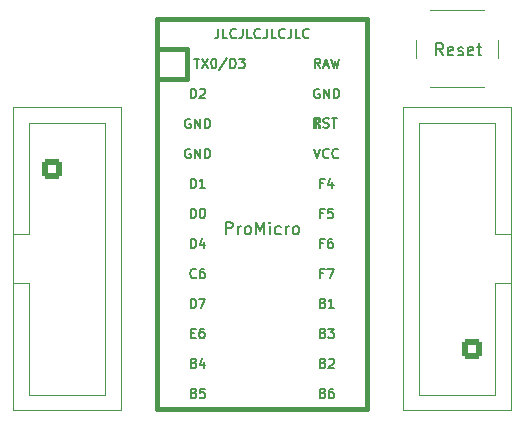
<source format=gto>
%TF.GenerationSoftware,KiCad,Pcbnew,(6.0.1-0)*%
%TF.CreationDate,2022-02-06T14:25:27+08:00*%
%TF.ProjectId,Pragmatic,50726167-6d61-4746-9963-2e6b69636164,V2*%
%TF.SameCoordinates,Original*%
%TF.FileFunction,Legend,Top*%
%TF.FilePolarity,Positive*%
%FSLAX46Y46*%
G04 Gerber Fmt 4.6, Leading zero omitted, Abs format (unit mm)*
G04 Created by KiCad (PCBNEW (6.0.1-0)) date 2022-02-06 14:25:27*
%MOMM*%
%LPD*%
G01*
G04 APERTURE LIST*
G04 Aperture macros list*
%AMRoundRect*
0 Rectangle with rounded corners*
0 $1 Rounding radius*
0 $2 $3 $4 $5 $6 $7 $8 $9 X,Y pos of 4 corners*
0 Add a 4 corners polygon primitive as box body*
4,1,4,$2,$3,$4,$5,$6,$7,$8,$9,$2,$3,0*
0 Add four circle primitives for the rounded corners*
1,1,$1+$1,$2,$3*
1,1,$1+$1,$4,$5*
1,1,$1+$1,$6,$7*
1,1,$1+$1,$8,$9*
0 Add four rect primitives between the rounded corners*
20,1,$1+$1,$2,$3,$4,$5,0*
20,1,$1+$1,$4,$5,$6,$7,0*
20,1,$1+$1,$6,$7,$8,$9,0*
20,1,$1+$1,$8,$9,$2,$3,0*%
G04 Aperture macros list end*
%ADD10C,0.150000*%
%ADD11C,0.177800*%
%ADD12C,0.120000*%
%ADD13C,0.381000*%
%ADD14R,1.752600X1.752600*%
%ADD15C,1.752600*%
%ADD16C,0.203200*%
%ADD17RoundRect,0.250000X-0.600000X-0.600000X0.600000X-0.600000X0.600000X0.600000X-0.600000X0.600000X0*%
%ADD18C,1.700000*%
%ADD19RoundRect,0.250000X0.600000X0.600000X-0.600000X0.600000X-0.600000X-0.600000X0.600000X-0.600000X0*%
%ADD20C,2.000000*%
G04 APERTURE END LIST*
D10*
%TO.C,REF\u002A\u002A*%
X136004761Y-46551904D02*
X136004761Y-47123333D01*
X135966666Y-47237619D01*
X135890476Y-47313809D01*
X135776190Y-47351904D01*
X135700000Y-47351904D01*
X136766666Y-47351904D02*
X136385714Y-47351904D01*
X136385714Y-46551904D01*
X137490476Y-47275714D02*
X137452380Y-47313809D01*
X137338095Y-47351904D01*
X137261904Y-47351904D01*
X137147619Y-47313809D01*
X137071428Y-47237619D01*
X137033333Y-47161428D01*
X136995238Y-47009047D01*
X136995238Y-46894761D01*
X137033333Y-46742380D01*
X137071428Y-46666190D01*
X137147619Y-46590000D01*
X137261904Y-46551904D01*
X137338095Y-46551904D01*
X137452380Y-46590000D01*
X137490476Y-46628095D01*
X138061904Y-46551904D02*
X138061904Y-47123333D01*
X138023809Y-47237619D01*
X137947619Y-47313809D01*
X137833333Y-47351904D01*
X137757142Y-47351904D01*
X138823809Y-47351904D02*
X138442857Y-47351904D01*
X138442857Y-46551904D01*
X139547619Y-47275714D02*
X139509523Y-47313809D01*
X139395238Y-47351904D01*
X139319047Y-47351904D01*
X139204761Y-47313809D01*
X139128571Y-47237619D01*
X139090476Y-47161428D01*
X139052380Y-47009047D01*
X139052380Y-46894761D01*
X139090476Y-46742380D01*
X139128571Y-46666190D01*
X139204761Y-46590000D01*
X139319047Y-46551904D01*
X139395238Y-46551904D01*
X139509523Y-46590000D01*
X139547619Y-46628095D01*
X140119047Y-46551904D02*
X140119047Y-47123333D01*
X140080952Y-47237619D01*
X140004761Y-47313809D01*
X139890476Y-47351904D01*
X139814285Y-47351904D01*
X140880952Y-47351904D02*
X140500000Y-47351904D01*
X140500000Y-46551904D01*
X141604761Y-47275714D02*
X141566666Y-47313809D01*
X141452380Y-47351904D01*
X141376190Y-47351904D01*
X141261904Y-47313809D01*
X141185714Y-47237619D01*
X141147619Y-47161428D01*
X141109523Y-47009047D01*
X141109523Y-46894761D01*
X141147619Y-46742380D01*
X141185714Y-46666190D01*
X141261904Y-46590000D01*
X141376190Y-46551904D01*
X141452380Y-46551904D01*
X141566666Y-46590000D01*
X141604761Y-46628095D01*
X142176190Y-46551904D02*
X142176190Y-47123333D01*
X142138095Y-47237619D01*
X142061904Y-47313809D01*
X141947619Y-47351904D01*
X141871428Y-47351904D01*
X142938095Y-47351904D02*
X142557142Y-47351904D01*
X142557142Y-46551904D01*
X143661904Y-47275714D02*
X143623809Y-47313809D01*
X143509523Y-47351904D01*
X143433333Y-47351904D01*
X143319047Y-47313809D01*
X143242857Y-47237619D01*
X143204761Y-47161428D01*
X143166666Y-47009047D01*
X143166666Y-46894761D01*
X143204761Y-46742380D01*
X143242857Y-46666190D01*
X143319047Y-46590000D01*
X143433333Y-46551904D01*
X143509523Y-46551904D01*
X143623809Y-46590000D01*
X143661904Y-46628095D01*
D11*
%TO.C,SW1*%
X155027095Y-48810619D02*
X154688428Y-48326809D01*
X154446523Y-48810619D02*
X154446523Y-47794619D01*
X154833571Y-47794619D01*
X154930333Y-47843000D01*
X154978714Y-47891380D01*
X155027095Y-47988142D01*
X155027095Y-48133285D01*
X154978714Y-48230047D01*
X154930333Y-48278428D01*
X154833571Y-48326809D01*
X154446523Y-48326809D01*
X155849571Y-48762238D02*
X155752809Y-48810619D01*
X155559285Y-48810619D01*
X155462523Y-48762238D01*
X155414142Y-48665476D01*
X155414142Y-48278428D01*
X155462523Y-48181666D01*
X155559285Y-48133285D01*
X155752809Y-48133285D01*
X155849571Y-48181666D01*
X155897952Y-48278428D01*
X155897952Y-48375190D01*
X155414142Y-48471952D01*
X156285000Y-48762238D02*
X156381761Y-48810619D01*
X156575285Y-48810619D01*
X156672047Y-48762238D01*
X156720428Y-48665476D01*
X156720428Y-48617095D01*
X156672047Y-48520333D01*
X156575285Y-48471952D01*
X156430142Y-48471952D01*
X156333380Y-48423571D01*
X156285000Y-48326809D01*
X156285000Y-48278428D01*
X156333380Y-48181666D01*
X156430142Y-48133285D01*
X156575285Y-48133285D01*
X156672047Y-48181666D01*
X157542904Y-48762238D02*
X157446142Y-48810619D01*
X157252619Y-48810619D01*
X157155857Y-48762238D01*
X157107476Y-48665476D01*
X157107476Y-48278428D01*
X157155857Y-48181666D01*
X157252619Y-48133285D01*
X157446142Y-48133285D01*
X157542904Y-48181666D01*
X157591285Y-48278428D01*
X157591285Y-48375190D01*
X157107476Y-48471952D01*
X157881571Y-48133285D02*
X158268619Y-48133285D01*
X158026714Y-47794619D02*
X158026714Y-48665476D01*
X158075095Y-48762238D01*
X158171857Y-48810619D01*
X158268619Y-48810619D01*
%TO.C,U1*%
X136627809Y-63959619D02*
X136627809Y-62943619D01*
X137014857Y-62943619D01*
X137111619Y-62992000D01*
X137160000Y-63040380D01*
X137208380Y-63137142D01*
X137208380Y-63282285D01*
X137160000Y-63379047D01*
X137111619Y-63427428D01*
X137014857Y-63475809D01*
X136627809Y-63475809D01*
X137643809Y-63959619D02*
X137643809Y-63282285D01*
X137643809Y-63475809D02*
X137692190Y-63379047D01*
X137740571Y-63330666D01*
X137837333Y-63282285D01*
X137934095Y-63282285D01*
X138417904Y-63959619D02*
X138321142Y-63911238D01*
X138272761Y-63862857D01*
X138224380Y-63766095D01*
X138224380Y-63475809D01*
X138272761Y-63379047D01*
X138321142Y-63330666D01*
X138417904Y-63282285D01*
X138563047Y-63282285D01*
X138659809Y-63330666D01*
X138708190Y-63379047D01*
X138756571Y-63475809D01*
X138756571Y-63766095D01*
X138708190Y-63862857D01*
X138659809Y-63911238D01*
X138563047Y-63959619D01*
X138417904Y-63959619D01*
X139192000Y-63959619D02*
X139192000Y-62943619D01*
X139530666Y-63669333D01*
X139869333Y-62943619D01*
X139869333Y-63959619D01*
X140353142Y-63959619D02*
X140353142Y-63282285D01*
X140353142Y-62943619D02*
X140304761Y-62992000D01*
X140353142Y-63040380D01*
X140401523Y-62992000D01*
X140353142Y-62943619D01*
X140353142Y-63040380D01*
X141272380Y-63911238D02*
X141175619Y-63959619D01*
X140982095Y-63959619D01*
X140885333Y-63911238D01*
X140836952Y-63862857D01*
X140788571Y-63766095D01*
X140788571Y-63475809D01*
X140836952Y-63379047D01*
X140885333Y-63330666D01*
X140982095Y-63282285D01*
X141175619Y-63282285D01*
X141272380Y-63330666D01*
X141707809Y-63959619D02*
X141707809Y-63282285D01*
X141707809Y-63475809D02*
X141756190Y-63379047D01*
X141804571Y-63330666D01*
X141901333Y-63282285D01*
X141998095Y-63282285D01*
X142481904Y-63959619D02*
X142385142Y-63911238D01*
X142336761Y-63862857D01*
X142288380Y-63766095D01*
X142288380Y-63475809D01*
X142336761Y-63379047D01*
X142385142Y-63330666D01*
X142481904Y-63282285D01*
X142627047Y-63282285D01*
X142723809Y-63330666D01*
X142772190Y-63379047D01*
X142820571Y-63475809D01*
X142820571Y-63766095D01*
X142772190Y-63862857D01*
X142723809Y-63911238D01*
X142627047Y-63959619D01*
X142481904Y-63959619D01*
D10*
X133629476Y-56750000D02*
X133553285Y-56711904D01*
X133439000Y-56711904D01*
X133324714Y-56750000D01*
X133248523Y-56826190D01*
X133210428Y-56902380D01*
X133172333Y-57054761D01*
X133172333Y-57169047D01*
X133210428Y-57321428D01*
X133248523Y-57397619D01*
X133324714Y-57473809D01*
X133439000Y-57511904D01*
X133515190Y-57511904D01*
X133629476Y-57473809D01*
X133667571Y-57435714D01*
X133667571Y-57169047D01*
X133515190Y-57169047D01*
X134010428Y-57511904D02*
X134010428Y-56711904D01*
X134467571Y-57511904D01*
X134467571Y-56711904D01*
X134848523Y-57511904D02*
X134848523Y-56711904D01*
X135039000Y-56711904D01*
X135153285Y-56750000D01*
X135229476Y-56826190D01*
X135267571Y-56902380D01*
X135305666Y-57054761D01*
X135305666Y-57169047D01*
X135267571Y-57321428D01*
X135229476Y-57397619D01*
X135153285Y-57473809D01*
X135039000Y-57511904D01*
X134848523Y-57511904D01*
X144094333Y-56711904D02*
X144361000Y-57511904D01*
X144627666Y-56711904D01*
X145351476Y-57435714D02*
X145313380Y-57473809D01*
X145199095Y-57511904D01*
X145122904Y-57511904D01*
X145008619Y-57473809D01*
X144932428Y-57397619D01*
X144894333Y-57321428D01*
X144856238Y-57169047D01*
X144856238Y-57054761D01*
X144894333Y-56902380D01*
X144932428Y-56826190D01*
X145008619Y-56750000D01*
X145122904Y-56711904D01*
X145199095Y-56711904D01*
X145313380Y-56750000D01*
X145351476Y-56788095D01*
X146151476Y-57435714D02*
X146113380Y-57473809D01*
X145999095Y-57511904D01*
X145922904Y-57511904D01*
X145808619Y-57473809D01*
X145732428Y-57397619D01*
X145694333Y-57321428D01*
X145656238Y-57169047D01*
X145656238Y-57054761D01*
X145694333Y-56902380D01*
X145732428Y-56826190D01*
X145808619Y-56750000D01*
X145922904Y-56711904D01*
X145999095Y-56711904D01*
X146113380Y-56750000D01*
X146151476Y-56788095D01*
X133648523Y-70211904D02*
X133648523Y-69411904D01*
X133839000Y-69411904D01*
X133953285Y-69450000D01*
X134029476Y-69526190D01*
X134067571Y-69602380D01*
X134105666Y-69754761D01*
X134105666Y-69869047D01*
X134067571Y-70021428D01*
X134029476Y-70097619D01*
X133953285Y-70173809D01*
X133839000Y-70211904D01*
X133648523Y-70211904D01*
X134372333Y-69411904D02*
X134905666Y-69411904D01*
X134562809Y-70211904D01*
X133648523Y-52431904D02*
X133648523Y-51631904D01*
X133839000Y-51631904D01*
X133953285Y-51670000D01*
X134029476Y-51746190D01*
X134067571Y-51822380D01*
X134105666Y-51974761D01*
X134105666Y-52089047D01*
X134067571Y-52241428D01*
X134029476Y-52317619D01*
X133953285Y-52393809D01*
X133839000Y-52431904D01*
X133648523Y-52431904D01*
X134410428Y-51708095D02*
X134448523Y-51670000D01*
X134524714Y-51631904D01*
X134715190Y-51631904D01*
X134791380Y-51670000D01*
X134829476Y-51708095D01*
X134867571Y-51784285D01*
X134867571Y-51860476D01*
X134829476Y-51974761D01*
X134372333Y-52431904D01*
X134867571Y-52431904D01*
X144894333Y-62172857D02*
X144627666Y-62172857D01*
X144627666Y-62591904D02*
X144627666Y-61791904D01*
X145008619Y-61791904D01*
X145694333Y-61791904D02*
X145313380Y-61791904D01*
X145275285Y-62172857D01*
X145313380Y-62134761D01*
X145389571Y-62096666D01*
X145580047Y-62096666D01*
X145656238Y-62134761D01*
X145694333Y-62172857D01*
X145732428Y-62249047D01*
X145732428Y-62439523D01*
X145694333Y-62515714D01*
X145656238Y-62553809D01*
X145580047Y-62591904D01*
X145389571Y-62591904D01*
X145313380Y-62553809D01*
X145275285Y-62515714D01*
X144608619Y-49891904D02*
X144341952Y-49510952D01*
X144151476Y-49891904D02*
X144151476Y-49091904D01*
X144456238Y-49091904D01*
X144532428Y-49130000D01*
X144570523Y-49168095D01*
X144608619Y-49244285D01*
X144608619Y-49358571D01*
X144570523Y-49434761D01*
X144532428Y-49472857D01*
X144456238Y-49510952D01*
X144151476Y-49510952D01*
X144913380Y-49663333D02*
X145294333Y-49663333D01*
X144837190Y-49891904D02*
X145103857Y-49091904D01*
X145370523Y-49891904D01*
X145561000Y-49091904D02*
X145751476Y-49891904D01*
X145903857Y-49320476D01*
X146056238Y-49891904D01*
X146246714Y-49091904D01*
X133915190Y-74872857D02*
X134029476Y-74910952D01*
X134067571Y-74949047D01*
X134105666Y-75025238D01*
X134105666Y-75139523D01*
X134067571Y-75215714D01*
X134029476Y-75253809D01*
X133953285Y-75291904D01*
X133648523Y-75291904D01*
X133648523Y-74491904D01*
X133915190Y-74491904D01*
X133991380Y-74530000D01*
X134029476Y-74568095D01*
X134067571Y-74644285D01*
X134067571Y-74720476D01*
X134029476Y-74796666D01*
X133991380Y-74834761D01*
X133915190Y-74872857D01*
X133648523Y-74872857D01*
X134791380Y-74758571D02*
X134791380Y-75291904D01*
X134600904Y-74453809D02*
X134410428Y-75025238D01*
X134905666Y-75025238D01*
X144894333Y-64712857D02*
X144627666Y-64712857D01*
X144627666Y-65131904D02*
X144627666Y-64331904D01*
X145008619Y-64331904D01*
X145656238Y-64331904D02*
X145503857Y-64331904D01*
X145427666Y-64370000D01*
X145389571Y-64408095D01*
X145313380Y-64522380D01*
X145275285Y-64674761D01*
X145275285Y-64979523D01*
X145313380Y-65055714D01*
X145351476Y-65093809D01*
X145427666Y-65131904D01*
X145580047Y-65131904D01*
X145656238Y-65093809D01*
X145694333Y-65055714D01*
X145732428Y-64979523D01*
X145732428Y-64789047D01*
X145694333Y-64712857D01*
X145656238Y-64674761D01*
X145580047Y-64636666D01*
X145427666Y-64636666D01*
X145351476Y-64674761D01*
X145313380Y-64712857D01*
X145275285Y-64789047D01*
X144894333Y-59632857D02*
X144627666Y-59632857D01*
X144627666Y-60051904D02*
X144627666Y-59251904D01*
X145008619Y-59251904D01*
X145656238Y-59518571D02*
X145656238Y-60051904D01*
X145465761Y-59213809D02*
X145275285Y-59785238D01*
X145770523Y-59785238D01*
X133629476Y-54210000D02*
X133553285Y-54171904D01*
X133439000Y-54171904D01*
X133324714Y-54210000D01*
X133248523Y-54286190D01*
X133210428Y-54362380D01*
X133172333Y-54514761D01*
X133172333Y-54629047D01*
X133210428Y-54781428D01*
X133248523Y-54857619D01*
X133324714Y-54933809D01*
X133439000Y-54971904D01*
X133515190Y-54971904D01*
X133629476Y-54933809D01*
X133667571Y-54895714D01*
X133667571Y-54629047D01*
X133515190Y-54629047D01*
X134010428Y-54971904D02*
X134010428Y-54171904D01*
X134467571Y-54971904D01*
X134467571Y-54171904D01*
X134848523Y-54971904D02*
X134848523Y-54171904D01*
X135039000Y-54171904D01*
X135153285Y-54210000D01*
X135229476Y-54286190D01*
X135267571Y-54362380D01*
X135305666Y-54514761D01*
X135305666Y-54629047D01*
X135267571Y-54781428D01*
X135229476Y-54857619D01*
X135153285Y-54933809D01*
X135039000Y-54971904D01*
X134848523Y-54971904D01*
X133648523Y-60051904D02*
X133648523Y-59251904D01*
X133839000Y-59251904D01*
X133953285Y-59290000D01*
X134029476Y-59366190D01*
X134067571Y-59442380D01*
X134105666Y-59594761D01*
X134105666Y-59709047D01*
X134067571Y-59861428D01*
X134029476Y-59937619D01*
X133953285Y-60013809D01*
X133839000Y-60051904D01*
X133648523Y-60051904D01*
X134867571Y-60051904D02*
X134410428Y-60051904D01*
X134639000Y-60051904D02*
X134639000Y-59251904D01*
X134562809Y-59366190D01*
X134486619Y-59442380D01*
X134410428Y-59480476D01*
X144894333Y-67252857D02*
X144627666Y-67252857D01*
X144627666Y-67671904D02*
X144627666Y-66871904D01*
X145008619Y-66871904D01*
X145237190Y-66871904D02*
X145770523Y-66871904D01*
X145427666Y-67671904D01*
X134105666Y-67595714D02*
X134067571Y-67633809D01*
X133953285Y-67671904D01*
X133877095Y-67671904D01*
X133762809Y-67633809D01*
X133686619Y-67557619D01*
X133648523Y-67481428D01*
X133610428Y-67329047D01*
X133610428Y-67214761D01*
X133648523Y-67062380D01*
X133686619Y-66986190D01*
X133762809Y-66910000D01*
X133877095Y-66871904D01*
X133953285Y-66871904D01*
X134067571Y-66910000D01*
X134105666Y-66948095D01*
X134791380Y-66871904D02*
X134639000Y-66871904D01*
X134562809Y-66910000D01*
X134524714Y-66948095D01*
X134448523Y-67062380D01*
X134410428Y-67214761D01*
X134410428Y-67519523D01*
X134448523Y-67595714D01*
X134486619Y-67633809D01*
X134562809Y-67671904D01*
X134715190Y-67671904D01*
X134791380Y-67633809D01*
X134829476Y-67595714D01*
X134867571Y-67519523D01*
X134867571Y-67329047D01*
X134829476Y-67252857D01*
X134791380Y-67214761D01*
X134715190Y-67176666D01*
X134562809Y-67176666D01*
X134486619Y-67214761D01*
X134448523Y-67252857D01*
X134410428Y-67329047D01*
X144837190Y-77412857D02*
X144951476Y-77450952D01*
X144989571Y-77489047D01*
X145027666Y-77565238D01*
X145027666Y-77679523D01*
X144989571Y-77755714D01*
X144951476Y-77793809D01*
X144875285Y-77831904D01*
X144570523Y-77831904D01*
X144570523Y-77031904D01*
X144837190Y-77031904D01*
X144913380Y-77070000D01*
X144951476Y-77108095D01*
X144989571Y-77184285D01*
X144989571Y-77260476D01*
X144951476Y-77336666D01*
X144913380Y-77374761D01*
X144837190Y-77412857D01*
X144570523Y-77412857D01*
X145713380Y-77031904D02*
X145561000Y-77031904D01*
X145484809Y-77070000D01*
X145446714Y-77108095D01*
X145370523Y-77222380D01*
X145332428Y-77374761D01*
X145332428Y-77679523D01*
X145370523Y-77755714D01*
X145408619Y-77793809D01*
X145484809Y-77831904D01*
X145637190Y-77831904D01*
X145713380Y-77793809D01*
X145751476Y-77755714D01*
X145789571Y-77679523D01*
X145789571Y-77489047D01*
X145751476Y-77412857D01*
X145713380Y-77374761D01*
X145637190Y-77336666D01*
X145484809Y-77336666D01*
X145408619Y-77374761D01*
X145370523Y-77412857D01*
X145332428Y-77489047D01*
X144837190Y-72332857D02*
X144951476Y-72370952D01*
X144989571Y-72409047D01*
X145027666Y-72485238D01*
X145027666Y-72599523D01*
X144989571Y-72675714D01*
X144951476Y-72713809D01*
X144875285Y-72751904D01*
X144570523Y-72751904D01*
X144570523Y-71951904D01*
X144837190Y-71951904D01*
X144913380Y-71990000D01*
X144951476Y-72028095D01*
X144989571Y-72104285D01*
X144989571Y-72180476D01*
X144951476Y-72256666D01*
X144913380Y-72294761D01*
X144837190Y-72332857D01*
X144570523Y-72332857D01*
X145294333Y-71951904D02*
X145789571Y-71951904D01*
X145522904Y-72256666D01*
X145637190Y-72256666D01*
X145713380Y-72294761D01*
X145751476Y-72332857D01*
X145789571Y-72409047D01*
X145789571Y-72599523D01*
X145751476Y-72675714D01*
X145713380Y-72713809D01*
X145637190Y-72751904D01*
X145408619Y-72751904D01*
X145332428Y-72713809D01*
X145294333Y-72675714D01*
X144837190Y-74872857D02*
X144951476Y-74910952D01*
X144989571Y-74949047D01*
X145027666Y-75025238D01*
X145027666Y-75139523D01*
X144989571Y-75215714D01*
X144951476Y-75253809D01*
X144875285Y-75291904D01*
X144570523Y-75291904D01*
X144570523Y-74491904D01*
X144837190Y-74491904D01*
X144913380Y-74530000D01*
X144951476Y-74568095D01*
X144989571Y-74644285D01*
X144989571Y-74720476D01*
X144951476Y-74796666D01*
X144913380Y-74834761D01*
X144837190Y-74872857D01*
X144570523Y-74872857D01*
X145332428Y-74568095D02*
X145370523Y-74530000D01*
X145446714Y-74491904D01*
X145637190Y-74491904D01*
X145713380Y-74530000D01*
X145751476Y-74568095D01*
X145789571Y-74644285D01*
X145789571Y-74720476D01*
X145751476Y-74834761D01*
X145294333Y-75291904D01*
X145789571Y-75291904D01*
X144551476Y-51670000D02*
X144475285Y-51631904D01*
X144361000Y-51631904D01*
X144246714Y-51670000D01*
X144170523Y-51746190D01*
X144132428Y-51822380D01*
X144094333Y-51974761D01*
X144094333Y-52089047D01*
X144132428Y-52241428D01*
X144170523Y-52317619D01*
X144246714Y-52393809D01*
X144361000Y-52431904D01*
X144437190Y-52431904D01*
X144551476Y-52393809D01*
X144589571Y-52355714D01*
X144589571Y-52089047D01*
X144437190Y-52089047D01*
X144932428Y-52431904D02*
X144932428Y-51631904D01*
X145389571Y-52431904D01*
X145389571Y-51631904D01*
X145770523Y-52431904D02*
X145770523Y-51631904D01*
X145961000Y-51631904D01*
X146075285Y-51670000D01*
X146151476Y-51746190D01*
X146189571Y-51822380D01*
X146227666Y-51974761D01*
X146227666Y-52089047D01*
X146189571Y-52241428D01*
X146151476Y-52317619D01*
X146075285Y-52393809D01*
X145961000Y-52431904D01*
X145770523Y-52431904D01*
X133937651Y-49091904D02*
X134394794Y-49091904D01*
X134166223Y-49891904D02*
X134166223Y-49091904D01*
X134585270Y-49091904D02*
X135118604Y-49891904D01*
X135118604Y-49091904D02*
X134585270Y-49891904D01*
X135575747Y-49091904D02*
X135651937Y-49091904D01*
X135728128Y-49130000D01*
X135766223Y-49168095D01*
X135804318Y-49244285D01*
X135842413Y-49396666D01*
X135842413Y-49587142D01*
X135804318Y-49739523D01*
X135766223Y-49815714D01*
X135728128Y-49853809D01*
X135651937Y-49891904D01*
X135575747Y-49891904D01*
X135499556Y-49853809D01*
X135461461Y-49815714D01*
X135423366Y-49739523D01*
X135385270Y-49587142D01*
X135385270Y-49396666D01*
X135423366Y-49244285D01*
X135461461Y-49168095D01*
X135499556Y-49130000D01*
X135575747Y-49091904D01*
X136756699Y-49053809D02*
X136070985Y-50082380D01*
X137023366Y-49891904D02*
X137023366Y-49091904D01*
X137213842Y-49091904D01*
X137328128Y-49130000D01*
X137404318Y-49206190D01*
X137442413Y-49282380D01*
X137480508Y-49434761D01*
X137480508Y-49549047D01*
X137442413Y-49701428D01*
X137404318Y-49777619D01*
X137328128Y-49853809D01*
X137213842Y-49891904D01*
X137023366Y-49891904D01*
X137747175Y-49091904D02*
X138242413Y-49091904D01*
X137975747Y-49396666D01*
X138090032Y-49396666D01*
X138166223Y-49434761D01*
X138204318Y-49472857D01*
X138242413Y-49549047D01*
X138242413Y-49739523D01*
X138204318Y-49815714D01*
X138166223Y-49853809D01*
X138090032Y-49891904D01*
X137861461Y-49891904D01*
X137785270Y-49853809D01*
X137747175Y-49815714D01*
X133915190Y-77412857D02*
X134029476Y-77450952D01*
X134067571Y-77489047D01*
X134105666Y-77565238D01*
X134105666Y-77679523D01*
X134067571Y-77755714D01*
X134029476Y-77793809D01*
X133953285Y-77831904D01*
X133648523Y-77831904D01*
X133648523Y-77031904D01*
X133915190Y-77031904D01*
X133991380Y-77070000D01*
X134029476Y-77108095D01*
X134067571Y-77184285D01*
X134067571Y-77260476D01*
X134029476Y-77336666D01*
X133991380Y-77374761D01*
X133915190Y-77412857D01*
X133648523Y-77412857D01*
X134829476Y-77031904D02*
X134448523Y-77031904D01*
X134410428Y-77412857D01*
X134448523Y-77374761D01*
X134524714Y-77336666D01*
X134715190Y-77336666D01*
X134791380Y-77374761D01*
X134829476Y-77412857D01*
X134867571Y-77489047D01*
X134867571Y-77679523D01*
X134829476Y-77755714D01*
X134791380Y-77793809D01*
X134715190Y-77831904D01*
X134524714Y-77831904D01*
X134448523Y-77793809D01*
X134410428Y-77755714D01*
X133686619Y-72332857D02*
X133953285Y-72332857D01*
X134067571Y-72751904D02*
X133686619Y-72751904D01*
X133686619Y-71951904D01*
X134067571Y-71951904D01*
X134753285Y-71951904D02*
X134600904Y-71951904D01*
X134524714Y-71990000D01*
X134486619Y-72028095D01*
X134410428Y-72142380D01*
X134372333Y-72294761D01*
X134372333Y-72599523D01*
X134410428Y-72675714D01*
X134448523Y-72713809D01*
X134524714Y-72751904D01*
X134677095Y-72751904D01*
X134753285Y-72713809D01*
X134791380Y-72675714D01*
X134829476Y-72599523D01*
X134829476Y-72409047D01*
X134791380Y-72332857D01*
X134753285Y-72294761D01*
X134677095Y-72256666D01*
X134524714Y-72256666D01*
X134448523Y-72294761D01*
X134410428Y-72332857D01*
X134372333Y-72409047D01*
X144899786Y-54903809D02*
X145014072Y-54941904D01*
X145204548Y-54941904D01*
X145280739Y-54903809D01*
X145318834Y-54865714D01*
X145356929Y-54789523D01*
X145356929Y-54713333D01*
X145318834Y-54637142D01*
X145280739Y-54599047D01*
X145204548Y-54560952D01*
X145052167Y-54522857D01*
X144975977Y-54484761D01*
X144937881Y-54446666D01*
X144899786Y-54370476D01*
X144899786Y-54294285D01*
X144937881Y-54218095D01*
X144975977Y-54180000D01*
X145052167Y-54141904D01*
X145242643Y-54141904D01*
X145356929Y-54180000D01*
X145585500Y-54141904D02*
X146042643Y-54141904D01*
X145814072Y-54941904D02*
X145814072Y-54141904D01*
X133648523Y-65131904D02*
X133648523Y-64331904D01*
X133839000Y-64331904D01*
X133953285Y-64370000D01*
X134029476Y-64446190D01*
X134067571Y-64522380D01*
X134105666Y-64674761D01*
X134105666Y-64789047D01*
X134067571Y-64941428D01*
X134029476Y-65017619D01*
X133953285Y-65093809D01*
X133839000Y-65131904D01*
X133648523Y-65131904D01*
X134791380Y-64598571D02*
X134791380Y-65131904D01*
X134600904Y-64293809D02*
X134410428Y-64865238D01*
X134905666Y-64865238D01*
X144837190Y-69792857D02*
X144951476Y-69830952D01*
X144989571Y-69869047D01*
X145027666Y-69945238D01*
X145027666Y-70059523D01*
X144989571Y-70135714D01*
X144951476Y-70173809D01*
X144875285Y-70211904D01*
X144570523Y-70211904D01*
X144570523Y-69411904D01*
X144837190Y-69411904D01*
X144913380Y-69450000D01*
X144951476Y-69488095D01*
X144989571Y-69564285D01*
X144989571Y-69640476D01*
X144951476Y-69716666D01*
X144913380Y-69754761D01*
X144837190Y-69792857D01*
X144570523Y-69792857D01*
X145789571Y-70211904D02*
X145332428Y-70211904D01*
X145561000Y-70211904D02*
X145561000Y-69411904D01*
X145484809Y-69526190D01*
X145408619Y-69602380D01*
X145332428Y-69640476D01*
X133648523Y-62591904D02*
X133648523Y-61791904D01*
X133839000Y-61791904D01*
X133953285Y-61830000D01*
X134029476Y-61906190D01*
X134067571Y-61982380D01*
X134105666Y-62134761D01*
X134105666Y-62249047D01*
X134067571Y-62401428D01*
X134029476Y-62477619D01*
X133953285Y-62553809D01*
X133839000Y-62591904D01*
X133648523Y-62591904D01*
X134600904Y-61791904D02*
X134677095Y-61791904D01*
X134753285Y-61830000D01*
X134791380Y-61868095D01*
X134829476Y-61944285D01*
X134867571Y-62096666D01*
X134867571Y-62287142D01*
X134829476Y-62439523D01*
X134791380Y-62515714D01*
X134753285Y-62553809D01*
X134677095Y-62591904D01*
X134600904Y-62591904D01*
X134524714Y-62553809D01*
X134486619Y-62515714D01*
X134448523Y-62439523D01*
X134410428Y-62287142D01*
X134410428Y-62096666D01*
X134448523Y-61944285D01*
X134486619Y-61868095D01*
X134524714Y-61830000D01*
X134600904Y-61791904D01*
D12*
%TO.C,J1*%
X119940000Y-63990000D02*
X119940000Y-54510000D01*
X119940000Y-68090000D02*
X119940000Y-68090000D01*
X119940000Y-54510000D02*
X126440000Y-54510000D01*
X119940000Y-77570000D02*
X119940000Y-68090000D01*
X118630000Y-53210000D02*
X127750000Y-53210000D01*
X119940000Y-68090000D02*
X118630000Y-68090000D01*
X118630000Y-78870000D02*
X118630000Y-53210000D01*
X127750000Y-53210000D02*
X127750000Y-78870000D01*
X127750000Y-78870000D02*
X118630000Y-78870000D01*
X126440000Y-77570000D02*
X119940000Y-77570000D01*
X118630000Y-63990000D02*
X119940000Y-63990000D01*
X126440000Y-54510000D02*
X126440000Y-77570000D01*
%TO.C,J2*%
X151650000Y-53210000D02*
X160770000Y-53210000D01*
X152960000Y-54510000D02*
X159460000Y-54510000D01*
X151650000Y-78870000D02*
X151650000Y-53210000D01*
X152960000Y-77570000D02*
X152960000Y-54510000D01*
X159460000Y-63990000D02*
X160770000Y-63990000D01*
X160770000Y-53210000D02*
X160770000Y-78870000D01*
X159460000Y-54510000D02*
X159460000Y-63990000D01*
X160770000Y-68090000D02*
X159460000Y-68090000D01*
X159460000Y-63990000D02*
X159460000Y-63990000D01*
X160770000Y-78870000D02*
X151650000Y-78870000D01*
X159460000Y-77570000D02*
X152960000Y-77570000D01*
X159460000Y-68090000D02*
X159460000Y-77570000D01*
%TO.C,SW1*%
X158460000Y-45010000D02*
X153960000Y-45010000D01*
X152710000Y-47510000D02*
X152710000Y-49010000D01*
X159710000Y-49010000D02*
X159710000Y-47510000D01*
X153960000Y-51510000D02*
X158460000Y-51510000D01*
D13*
%TO.C,U1*%
X148590000Y-45720000D02*
X130810000Y-45720000D01*
X130810000Y-78740000D02*
X148590000Y-78740000D01*
X133350000Y-50800000D02*
X130810000Y-50800000D01*
X130810000Y-45720000D02*
X130810000Y-48260000D01*
X133350000Y-48260000D02*
X133350000Y-50800000D01*
X133350000Y-48260000D02*
X130810000Y-48260000D01*
X148590000Y-78740000D02*
X148590000Y-48260000D01*
X130810000Y-48260000D02*
X130810000Y-78740000D01*
X148590000Y-48260000D02*
X148590000Y-45720000D01*
D10*
X144431568Y-54539360D02*
X144431568Y-54639360D01*
X144431568Y-54639360D02*
X144331568Y-54639360D01*
X144331568Y-54639360D02*
X144331568Y-54539360D01*
X144331568Y-54539360D02*
X144431568Y-54539360D01*
G36*
X144431568Y-54639360D02*
G01*
X144331568Y-54639360D01*
X144331568Y-54539360D01*
X144431568Y-54539360D01*
X144431568Y-54639360D01*
G37*
X144431568Y-54639360D02*
X144331568Y-54639360D01*
X144331568Y-54539360D01*
X144431568Y-54539360D01*
X144431568Y-54639360D01*
X144631568Y-54139360D02*
X144631568Y-54439360D01*
X144631568Y-54439360D02*
X144531568Y-54439360D01*
X144531568Y-54439360D02*
X144531568Y-54139360D01*
X144531568Y-54139360D02*
X144631568Y-54139360D01*
G36*
X144631568Y-54439360D02*
G01*
X144531568Y-54439360D01*
X144531568Y-54139360D01*
X144631568Y-54139360D01*
X144631568Y-54439360D01*
G37*
X144631568Y-54439360D02*
X144531568Y-54439360D01*
X144531568Y-54139360D01*
X144631568Y-54139360D01*
X144631568Y-54439360D01*
X144631568Y-54739360D02*
X144631568Y-54939360D01*
X144631568Y-54939360D02*
X144531568Y-54939360D01*
X144531568Y-54939360D02*
X144531568Y-54739360D01*
X144531568Y-54739360D02*
X144631568Y-54739360D01*
G36*
X144631568Y-54939360D02*
G01*
X144531568Y-54939360D01*
X144531568Y-54739360D01*
X144631568Y-54739360D01*
X144631568Y-54939360D01*
G37*
X144631568Y-54939360D02*
X144531568Y-54939360D01*
X144531568Y-54739360D01*
X144631568Y-54739360D01*
X144631568Y-54939360D01*
X144231568Y-54139360D02*
X144231568Y-54939360D01*
X144231568Y-54939360D02*
X144131568Y-54939360D01*
X144131568Y-54939360D02*
X144131568Y-54139360D01*
X144131568Y-54139360D02*
X144231568Y-54139360D01*
G36*
X144231568Y-54939360D02*
G01*
X144131568Y-54939360D01*
X144131568Y-54139360D01*
X144231568Y-54139360D01*
X144231568Y-54939360D01*
G37*
X144231568Y-54939360D02*
X144131568Y-54939360D01*
X144131568Y-54139360D01*
X144231568Y-54139360D01*
X144231568Y-54939360D01*
X144631568Y-54139360D02*
X144631568Y-54239360D01*
X144631568Y-54239360D02*
X144131568Y-54239360D01*
X144131568Y-54239360D02*
X144131568Y-54139360D01*
X144131568Y-54139360D02*
X144631568Y-54139360D01*
G36*
X144631568Y-54239360D02*
G01*
X144131568Y-54239360D01*
X144131568Y-54139360D01*
X144631568Y-54139360D01*
X144631568Y-54239360D01*
G37*
X144631568Y-54239360D02*
X144131568Y-54239360D01*
X144131568Y-54139360D01*
X144631568Y-54139360D01*
X144631568Y-54239360D01*
%TD*%
D14*
%TO.C,U1*%
X132080000Y-49530000D03*
D15*
X132080000Y-52070000D03*
X132080000Y-54610000D03*
X132080000Y-57150000D03*
X132080000Y-59690000D03*
X132080000Y-62230000D03*
X132080000Y-64770000D03*
X132080000Y-67310000D03*
X132080000Y-69850000D03*
X132080000Y-72390000D03*
X132080000Y-74930000D03*
X132080000Y-77470000D03*
X147320000Y-77470000D03*
X147320000Y-74930000D03*
X147320000Y-72390000D03*
X147320000Y-69850000D03*
X147320000Y-67310000D03*
X147320000Y-64770000D03*
X147320000Y-62230000D03*
X147320000Y-59690000D03*
X147320000Y-57150000D03*
X147320000Y-54610000D03*
X147320000Y-52070000D03*
X147320000Y-49530000D03*
%TD*%
%LPC*%
D16*
X120124431Y-48719619D02*
X120251431Y-47703619D01*
X120638479Y-47703619D01*
X120729193Y-47752000D01*
X120771526Y-47800380D01*
X120807812Y-47897142D01*
X120789669Y-48042285D01*
X120729193Y-48139047D01*
X120674765Y-48187428D01*
X120571955Y-48235809D01*
X120184907Y-48235809D01*
X121140431Y-48719619D02*
X121225098Y-48042285D01*
X121200907Y-48235809D02*
X121261384Y-48139047D01*
X121315812Y-48090666D01*
X121418622Y-48042285D01*
X121515384Y-48042285D01*
X122204812Y-48719619D02*
X122271336Y-48187428D01*
X122235050Y-48090666D01*
X122144336Y-48042285D01*
X121950812Y-48042285D01*
X121848003Y-48090666D01*
X122210860Y-48671238D02*
X122108050Y-48719619D01*
X121866145Y-48719619D01*
X121775431Y-48671238D01*
X121739145Y-48574476D01*
X121751241Y-48477714D01*
X121811717Y-48380952D01*
X121914526Y-48332571D01*
X122156431Y-48332571D01*
X122259241Y-48284190D01*
X123208717Y-48042285D02*
X123105907Y-48864761D01*
X123045431Y-48961523D01*
X122991003Y-49009904D01*
X122888193Y-49058285D01*
X122743050Y-49058285D01*
X122652336Y-49009904D01*
X123130098Y-48671238D02*
X123027288Y-48719619D01*
X122833765Y-48719619D01*
X122743050Y-48671238D01*
X122700717Y-48622857D01*
X122664431Y-48526095D01*
X122700717Y-48235809D01*
X122761193Y-48139047D01*
X122815622Y-48090666D01*
X122918431Y-48042285D01*
X123111955Y-48042285D01*
X123202669Y-48090666D01*
X123607860Y-48719619D02*
X123692526Y-48042285D01*
X123680431Y-48139047D02*
X123734860Y-48090666D01*
X123837669Y-48042285D01*
X123982812Y-48042285D01*
X124073526Y-48090666D01*
X124109812Y-48187428D01*
X124043288Y-48719619D01*
X124109812Y-48187428D02*
X124170288Y-48090666D01*
X124273098Y-48042285D01*
X124418241Y-48042285D01*
X124508955Y-48090666D01*
X124545241Y-48187428D01*
X124478717Y-48719619D01*
X125397955Y-48719619D02*
X125464479Y-48187428D01*
X125428193Y-48090666D01*
X125337479Y-48042285D01*
X125143955Y-48042285D01*
X125041145Y-48090666D01*
X125404003Y-48671238D02*
X125301193Y-48719619D01*
X125059288Y-48719619D01*
X124968574Y-48671238D01*
X124932288Y-48574476D01*
X124944384Y-48477714D01*
X125004860Y-48380952D01*
X125107669Y-48332571D01*
X125349574Y-48332571D01*
X125452384Y-48284190D01*
X125821288Y-48042285D02*
X126208336Y-48042285D01*
X126008765Y-47703619D02*
X125899907Y-48574476D01*
X125936193Y-48671238D01*
X126026907Y-48719619D01*
X126123669Y-48719619D01*
X126462336Y-48719619D02*
X126547003Y-48042285D01*
X126589336Y-47703619D02*
X126534907Y-47752000D01*
X126577241Y-47800380D01*
X126631669Y-47752000D01*
X126589336Y-47703619D01*
X126577241Y-47800380D01*
X127387622Y-48671238D02*
X127284812Y-48719619D01*
X127091288Y-48719619D01*
X127000574Y-48671238D01*
X126958241Y-48622857D01*
X126921955Y-48526095D01*
X126958241Y-48235809D01*
X127018717Y-48139047D01*
X127073145Y-48090666D01*
X127175955Y-48042285D01*
X127369479Y-48042285D01*
X127460193Y-48090666D01*
D17*
%TO.C,J1*%
X121920000Y-58420000D03*
D18*
X124460000Y-58420000D03*
X121920000Y-60960000D03*
X124460000Y-60960000D03*
X121920000Y-63500000D03*
X124460000Y-63500000D03*
X121920000Y-66040000D03*
X124460000Y-66040000D03*
X121920000Y-68580000D03*
X124460000Y-68580000D03*
X121920000Y-71120000D03*
X124460000Y-71120000D03*
X121920000Y-73660000D03*
X124460000Y-73660000D03*
%TD*%
D19*
%TO.C,J2*%
X157480000Y-73660000D03*
D18*
X154940000Y-73660000D03*
X157480000Y-71120000D03*
X154940000Y-71120000D03*
X157480000Y-68580000D03*
X154940000Y-68580000D03*
X157480000Y-66040000D03*
X154940000Y-66040000D03*
X157480000Y-63500000D03*
X154940000Y-63500000D03*
X157480000Y-60960000D03*
X154940000Y-60960000D03*
X157480000Y-58420000D03*
X154940000Y-58420000D03*
%TD*%
D20*
%TO.C,SW1*%
X159460000Y-50510000D03*
X159460000Y-46010000D03*
X152960000Y-50510000D03*
X152960000Y-46010000D03*
%TD*%
D14*
%TO.C,U1*%
X132080000Y-49530000D03*
D15*
X132080000Y-52070000D03*
X132080000Y-54610000D03*
X132080000Y-57150000D03*
X132080000Y-59690000D03*
X132080000Y-62230000D03*
X132080000Y-64770000D03*
X132080000Y-67310000D03*
X132080000Y-69850000D03*
X132080000Y-72390000D03*
X132080000Y-74930000D03*
X132080000Y-77470000D03*
X147320000Y-77470000D03*
X147320000Y-74930000D03*
X147320000Y-72390000D03*
X147320000Y-69850000D03*
X147320000Y-67310000D03*
X147320000Y-64770000D03*
X147320000Y-62230000D03*
X147320000Y-59690000D03*
X147320000Y-57150000D03*
X147320000Y-54610000D03*
X147320000Y-52070000D03*
X147320000Y-49530000D03*
%TD*%
M02*

</source>
